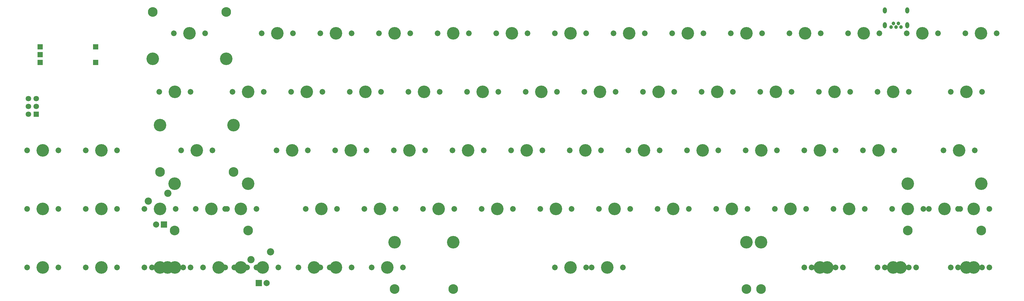
<source format=gbr>
%TF.GenerationSoftware,KiCad,Pcbnew,(5.1.5)-3*%
%TF.CreationDate,2021-06-23T12:29:00-05:00*%
%TF.ProjectId,Pikatea Keyboard,50696b61-7465-4612-904b-6579626f6172,rev?*%
%TF.SameCoordinates,Original*%
%TF.FileFunction,Soldermask,Bot*%
%TF.FilePolarity,Negative*%
%FSLAX46Y46*%
G04 Gerber Fmt 4.6, Leading zero omitted, Abs format (unit mm)*
G04 Created by KiCad (PCBNEW (5.1.5)-3) date 2021-06-23 12:29:00*
%MOMM*%
%LPD*%
G04 APERTURE LIST*
%ADD10C,1.850000*%
%ADD11R,2.005000X2.005000*%
%ADD12C,2.005000*%
%ADD13C,2.350000*%
%ADD14C,4.087800*%
%ADD15C,3.148000*%
%ADD16R,1.800000X1.800000*%
%ADD17O,1.300000X2.000000*%
%ADD18C,1.200000*%
%ADD19C,1.800000*%
G04 APERTURE END LIST*
D10*
%TO.C,MX_RMENU2*%
X43180000Y-150000000D03*
X33020000Y-150000000D03*
D11*
X36830000Y-155080000D03*
D12*
X39370000Y-155080000D03*
D13*
X34290000Y-147460000D03*
D14*
X38100000Y-150000000D03*
D13*
X40640000Y-144920000D03*
%TD*%
D10*
%TO.C,MX_UP2*%
X9842500Y-130950000D03*
X-317500Y-130950000D03*
D11*
X6032500Y-136030000D03*
D12*
X3492500Y-136030000D03*
D13*
X952500Y-128410000D03*
D14*
X4762500Y-130950000D03*
D13*
X7302500Y-125870000D03*
%TD*%
D14*
%TO.C,MX_SPACE2*%
X80943750Y-141745000D03*
X195243750Y-141745000D03*
D15*
X80943750Y-156985000D03*
X195243750Y-156985000D03*
D10*
X133013750Y-150000000D03*
X143173750Y-150000000D03*
D14*
X138093750Y-150000000D03*
%TD*%
D10*
%TO.C,MX_RSHFT2*%
X25876250Y-130950000D03*
X36036250Y-130950000D03*
D14*
X30956250Y-130950000D03*
%TD*%
D10*
%TO.C,MX_RWIN2*%
X56780000Y-150000000D03*
X66940000Y-150000000D03*
D14*
X61860000Y-150000000D03*
%TD*%
D10*
%TO.C,MX_RMENU3*%
X18700000Y-150000000D03*
X28860000Y-150000000D03*
D14*
X23780000Y-150000000D03*
%TD*%
D10*
%TO.C,MX_LMENU2*%
X237788750Y-150000000D03*
X247948750Y-150000000D03*
D14*
X242868750Y-150000000D03*
%TD*%
D10*
%TO.C,MX_RCTRL3*%
X-321250Y-150000000D03*
X9838750Y-150000000D03*
D14*
X4758750Y-150000000D03*
%TD*%
D10*
%TO.C,MX_RCTRL2*%
X4441250Y-150000000D03*
X14601250Y-150000000D03*
D14*
X9521250Y-150000000D03*
%TD*%
D10*
%TO.C,MX_RCTRL1*%
X2060000Y-150000000D03*
X12220000Y-150000000D03*
D14*
X7140000Y-150000000D03*
%TD*%
D10*
%TO.C,MX_LCTRL2*%
X261601250Y-150000000D03*
X271761250Y-150000000D03*
D14*
X266681250Y-150000000D03*
%TD*%
D10*
%TO.C,MX_LALT2*%
X213976250Y-150000000D03*
X224136250Y-150000000D03*
D14*
X219056250Y-150000000D03*
%TD*%
D16*
%TO.C,SW2*%
X-16164580Y-78145640D03*
X-16164580Y-83225640D03*
X-34264580Y-80685640D03*
X-34264580Y-78145640D03*
X-34264580Y-83225640D03*
%TD*%
D14*
%TO.C,MX_BSPC1*%
X2349500Y-82055000D03*
X26225500Y-82055000D03*
D15*
X2349500Y-66815000D03*
X26225500Y-66815000D03*
D10*
X9207500Y-73800000D03*
X19367500Y-73800000D03*
D14*
X14287500Y-73800000D03*
%TD*%
D10*
%TO.C,MX_LSHFT2*%
X263982500Y-130950000D03*
X274142500Y-130950000D03*
D14*
X269062500Y-130950000D03*
%TD*%
D10*
%TO.C,MX_X1*%
X204470000Y-130950000D03*
X214630000Y-130950000D03*
D14*
X209550000Y-130950000D03*
%TD*%
D10*
%TO.C,MX_LCTRL1*%
X263982500Y-150000000D03*
X274142500Y-150000000D03*
D14*
X269062500Y-150000000D03*
%TD*%
D10*
%TO.C,MX_MACRO3*%
X-38417500Y-130950000D03*
X-28257500Y-130950000D03*
D14*
X-33337500Y-130950000D03*
%TD*%
D10*
%TO.C,MX_MACRO2*%
X-38417500Y-111900000D03*
X-28257500Y-111900000D03*
D14*
X-33337500Y-111900000D03*
%TD*%
D10*
%TO.C,MX_RIGHT1*%
X-38417500Y-150000000D03*
X-28257500Y-150000000D03*
D14*
X-33337500Y-150000000D03*
%TD*%
D10*
%TO.C,MX_UP1*%
X-19367500Y-130950000D03*
X-9207500Y-130950000D03*
D14*
X-14287500Y-130950000D03*
%TD*%
D10*
%TO.C,MX_MACRO1*%
X-19367500Y-111900000D03*
X-9207500Y-111900000D03*
D14*
X-14287500Y-111900000D03*
%TD*%
D10*
%TO.C,MX_DOWN1*%
X-19367500Y-150000000D03*
X-9207500Y-150000000D03*
D14*
X-14287500Y-150000000D03*
%TD*%
%TO.C,MX_RSHFT1*%
X9493250Y-122695000D03*
X33369250Y-122695000D03*
D15*
X9493250Y-137935000D03*
X33369250Y-137935000D03*
D10*
X16351250Y-130950000D03*
X26511250Y-130950000D03*
D14*
X21431250Y-130950000D03*
%TD*%
D10*
%TO.C,MX_BSLSH1*%
X4445000Y-92850000D03*
X14605000Y-92850000D03*
D14*
X9525000Y-92850000D03*
%TD*%
%TO.C,MX_ENTER1*%
X4730750Y-103645000D03*
X28606750Y-103645000D03*
D15*
X4730750Y-118885000D03*
X28606750Y-118885000D03*
D10*
X11588750Y-111900000D03*
X21748750Y-111900000D03*
D14*
X16668750Y-111900000D03*
%TD*%
D10*
%TO.C,MX_CLBRK1*%
X28257500Y-92850000D03*
X38417500Y-92850000D03*
D14*
X33337500Y-92850000D03*
%TD*%
D10*
%TO.C,MX_RMENU1*%
X25876250Y-150000000D03*
X36036250Y-150000000D03*
D14*
X30956250Y-150000000D03*
%TD*%
D10*
%TO.C,MX_PLUS1*%
X37782500Y-73800000D03*
X47942500Y-73800000D03*
D14*
X42862500Y-73800000D03*
%TD*%
D10*
%TO.C,MX_QUOTE1*%
X42545000Y-111900000D03*
X52705000Y-111900000D03*
D14*
X47625000Y-111900000D03*
%TD*%
D10*
%TO.C,MX_OPBRK1*%
X47307500Y-92850000D03*
X57467500Y-92850000D03*
D14*
X52387500Y-92850000D03*
%TD*%
D10*
%TO.C,MX_RWIN1*%
X49670000Y-150000000D03*
X59830000Y-150000000D03*
D14*
X54750000Y-150000000D03*
%TD*%
D10*
%TO.C,MX_FSLSH1*%
X52070000Y-130950000D03*
X62230000Y-130950000D03*
D14*
X57150000Y-130950000D03*
%TD*%
D10*
%TO.C,MX_MINUS1*%
X56832500Y-73800000D03*
X66992500Y-73800000D03*
D14*
X61912500Y-73800000D03*
%TD*%
D10*
%TO.C,MX_SEMI1*%
X61595000Y-111900000D03*
X71755000Y-111900000D03*
D14*
X66675000Y-111900000D03*
%TD*%
D10*
%TO.C,MX_P1*%
X66357500Y-92850000D03*
X76517500Y-92850000D03*
D14*
X71437500Y-92850000D03*
%TD*%
D10*
%TO.C,MX_RALT1*%
X73482500Y-150000000D03*
X83642500Y-150000000D03*
D14*
X78562500Y-150000000D03*
%TD*%
D10*
%TO.C,MX_>1*%
X71120000Y-130950000D03*
X81280000Y-130950000D03*
D14*
X76200000Y-130950000D03*
%TD*%
D10*
%TO.C,MX_0*%
X75882500Y-73800000D03*
X86042500Y-73800000D03*
D14*
X80962500Y-73800000D03*
%TD*%
D10*
%TO.C,MX_L1*%
X80645000Y-111900000D03*
X90805000Y-111900000D03*
D14*
X85725000Y-111900000D03*
%TD*%
D10*
%TO.C,MX_O1*%
X85407500Y-92850000D03*
X95567500Y-92850000D03*
D14*
X90487500Y-92850000D03*
%TD*%
D10*
%TO.C,MX_<1*%
X90170000Y-130950000D03*
X100330000Y-130950000D03*
D14*
X95250000Y-130950000D03*
%TD*%
D10*
%TO.C,MX_9*%
X94932500Y-73800000D03*
X105092500Y-73800000D03*
D14*
X100012500Y-73800000D03*
%TD*%
D10*
%TO.C,MX_K1*%
X99695000Y-111900000D03*
X109855000Y-111900000D03*
D14*
X104775000Y-111900000D03*
%TD*%
D10*
%TO.C,MX_I1*%
X104457500Y-92850000D03*
X114617500Y-92850000D03*
D14*
X109537500Y-92850000D03*
%TD*%
D10*
%TO.C,MX_M1*%
X109220000Y-130950000D03*
X119380000Y-130950000D03*
D14*
X114300000Y-130950000D03*
%TD*%
D10*
%TO.C,MX_8*%
X113982500Y-73800000D03*
X124142500Y-73800000D03*
D14*
X119062500Y-73800000D03*
%TD*%
D10*
%TO.C,MX_J1*%
X118745000Y-111900000D03*
X128905000Y-111900000D03*
D14*
X123825000Y-111900000D03*
%TD*%
D10*
%TO.C,MX_U1*%
X123507500Y-92850000D03*
X133667500Y-92850000D03*
D14*
X128587500Y-92850000D03*
%TD*%
D10*
%TO.C,MX_N1*%
X128270000Y-130950000D03*
X138430000Y-130950000D03*
D14*
X133350000Y-130950000D03*
%TD*%
D10*
%TO.C,MX_7*%
X133032500Y-73800000D03*
X143192500Y-73800000D03*
D14*
X138112500Y-73800000D03*
%TD*%
D10*
%TO.C,MX_H1*%
X137795000Y-111900000D03*
X147955000Y-111900000D03*
D14*
X142875000Y-111900000D03*
%TD*%
%TO.C,MX_SPACE1*%
X100000100Y-141745000D03*
X199999900Y-141745000D03*
D15*
X100000100Y-156985000D03*
X199999900Y-156985000D03*
D10*
X144920000Y-150000000D03*
X155080000Y-150000000D03*
D14*
X150000000Y-150000000D03*
%TD*%
D10*
%TO.C,MX_Y1*%
X142557500Y-92850000D03*
X152717500Y-92850000D03*
D14*
X147637500Y-92850000D03*
%TD*%
D10*
%TO.C,MX_B1*%
X147320000Y-130950000D03*
X157480000Y-130950000D03*
D14*
X152400000Y-130950000D03*
%TD*%
D10*
%TO.C,MX_6*%
X152082500Y-73800000D03*
X162242500Y-73800000D03*
D14*
X157162500Y-73800000D03*
%TD*%
D10*
%TO.C,MX_G1*%
X156845000Y-111900000D03*
X167005000Y-111900000D03*
D14*
X161925000Y-111900000D03*
%TD*%
D10*
%TO.C,MX_T1*%
X161607500Y-92850000D03*
X171767500Y-92850000D03*
D14*
X166687500Y-92850000D03*
%TD*%
D10*
%TO.C,MX_V1*%
X166370000Y-130950000D03*
X176530000Y-130950000D03*
D14*
X171450000Y-130950000D03*
%TD*%
D10*
%TO.C,MX_5*%
X171132500Y-73800000D03*
X181292500Y-73800000D03*
D14*
X176212500Y-73800000D03*
%TD*%
D10*
%TO.C,MX_F1*%
X175895000Y-111900000D03*
X186055000Y-111900000D03*
D14*
X180975000Y-111900000D03*
%TD*%
D10*
%TO.C,MX_R1*%
X180657500Y-92850000D03*
X190817500Y-92850000D03*
D14*
X185737500Y-92850000D03*
%TD*%
D10*
%TO.C,MX_C1*%
X185420000Y-130950000D03*
X195580000Y-130950000D03*
D14*
X190500000Y-130950000D03*
%TD*%
D10*
%TO.C,MX_4*%
X190182500Y-73800000D03*
X200342500Y-73800000D03*
D14*
X195262500Y-73800000D03*
%TD*%
D10*
%TO.C,MX_D1*%
X194945000Y-111900000D03*
X205105000Y-111900000D03*
D14*
X200025000Y-111900000D03*
%TD*%
D10*
%TO.C,MX_E1*%
X199707500Y-92850000D03*
X209867500Y-92850000D03*
D14*
X204787500Y-92850000D03*
%TD*%
D10*
%TO.C,MX_3*%
X209232500Y-73800000D03*
X219392500Y-73800000D03*
D14*
X214312500Y-73800000D03*
%TD*%
D10*
%TO.C,MX_S1*%
X213995000Y-111900000D03*
X224155000Y-111900000D03*
D14*
X219075000Y-111900000D03*
%TD*%
D10*
%TO.C,MX_W1*%
X218757500Y-92850000D03*
X228917500Y-92850000D03*
D14*
X223837500Y-92850000D03*
%TD*%
D10*
%TO.C,MX_Z1*%
X223520000Y-130950000D03*
X233680000Y-130950000D03*
D14*
X228600000Y-130950000D03*
%TD*%
D10*
%TO.C,MX_LALT1*%
X216357500Y-150000000D03*
X226517500Y-150000000D03*
D14*
X221437500Y-150000000D03*
%TD*%
D10*
%TO.C,MX_2*%
X228282500Y-73800000D03*
X238442500Y-73800000D03*
D14*
X233362500Y-73800000D03*
%TD*%
D10*
%TO.C,MX_A1*%
X233045000Y-111900000D03*
X243205000Y-111900000D03*
D14*
X238125000Y-111900000D03*
%TD*%
D10*
%TO.C,MX_Q1*%
X237807500Y-92850000D03*
X247967500Y-92850000D03*
D14*
X242887500Y-92850000D03*
%TD*%
D10*
%TO.C,MX_EXTRA1*%
X242570000Y-130950000D03*
X252730000Y-130950000D03*
D14*
X247650000Y-130950000D03*
%TD*%
D10*
%TO.C,MX_1*%
X247332500Y-73800000D03*
X257492500Y-73800000D03*
D14*
X252412500Y-73800000D03*
%TD*%
D10*
%TO.C,MX_LMENU1*%
X240170000Y-150000000D03*
X250330000Y-150000000D03*
D14*
X245250000Y-150000000D03*
%TD*%
%TO.C,MX_LSHFT1*%
X247618250Y-122695000D03*
X271494250Y-122695000D03*
D15*
X247618250Y-137935000D03*
X271494250Y-137935000D03*
D10*
X254476250Y-130950000D03*
X264636250Y-130950000D03*
D14*
X259556250Y-130950000D03*
%TD*%
D10*
%TO.C,MX_CAPS1*%
X259238750Y-111900000D03*
X269398750Y-111900000D03*
D14*
X264318750Y-111900000D03*
%TD*%
D10*
%TO.C,MX_TAB1*%
X261620000Y-92850000D03*
X271780000Y-92850000D03*
D14*
X266700000Y-92850000D03*
%TD*%
D10*
%TO.C,MX_ESC1*%
X266382500Y-73800000D03*
X276542500Y-73800000D03*
D14*
X271462500Y-73800000D03*
%TD*%
D17*
%TO.C,J2*%
X240140000Y-71120000D03*
X247440000Y-71120000D03*
D18*
X245390000Y-71720000D03*
X244590000Y-70520000D03*
X243790000Y-71720000D03*
X242990000Y-70520000D03*
X242190000Y-71720000D03*
D17*
X247440000Y-66300000D03*
X240140000Y-66300000D03*
%TD*%
D19*
%TO.C,J1*%
X-38070000Y-95030000D03*
X-35530000Y-95030000D03*
X-38070000Y-97570000D03*
X-35530000Y-97570000D03*
X-38070000Y-100110000D03*
D16*
X-35530000Y-100110000D03*
%TD*%
M02*

</source>
